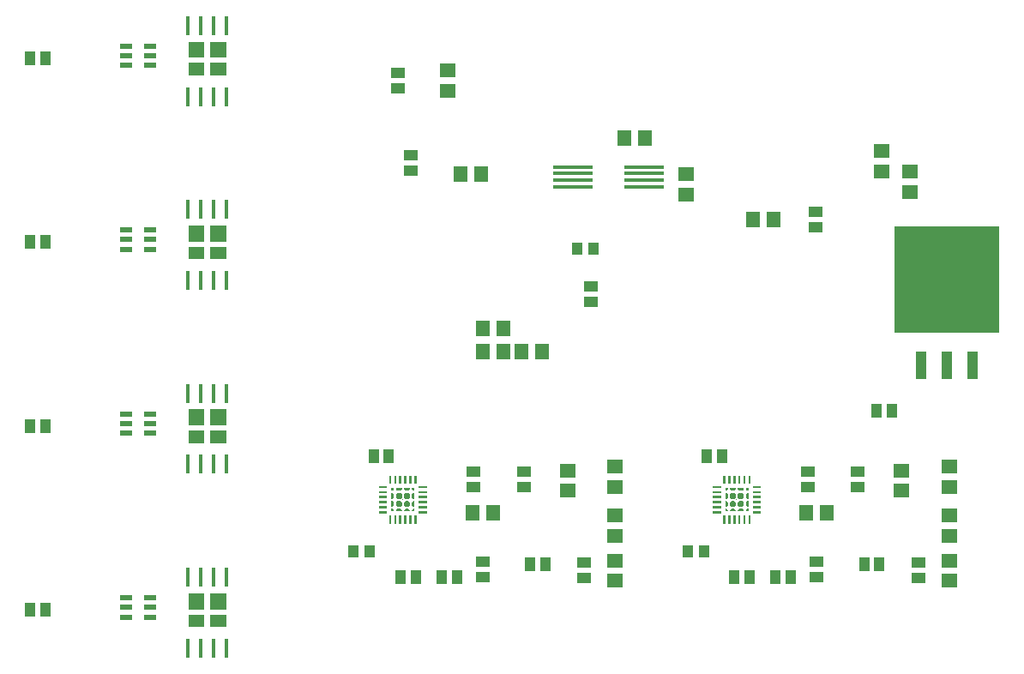
<source format=gtp>
G04 Layer_Color=8421504*
%FSLAX25Y25*%
%MOIN*%
G70*
G01*
G75*
%ADD10R,0.04800X0.02100*%
%ADD11R,0.05512X0.04331*%
%ADD12R,0.04331X0.05512*%
%ADD13R,0.04000X0.10600*%
%ADD14R,0.41000X0.41200*%
%ADD18R,0.03937X0.05118*%
%ADD19R,0.05906X0.05512*%
%ADD20R,0.05512X0.05906*%
%ADD22R,0.15354X0.01575*%
%ADD45R,0.00100X0.00100*%
%ADD46R,0.01772X0.07693*%
G36*
X292782Y79034D02*
Y77835D01*
X292225Y77278D01*
X291748D01*
Y79591D01*
X292225D01*
X292782Y79034D01*
D02*
G37*
G36*
X175851Y76593D02*
X172700D01*
Y77500D01*
X175851D01*
Y76593D01*
D02*
G37*
G36*
X160300D02*
X157149D01*
Y77500D01*
X160300D01*
Y76593D01*
D02*
G37*
G36*
X300803Y77278D02*
X300326D01*
X299769Y77835D01*
Y79034D01*
X300326Y79591D01*
X300803D01*
Y77278D01*
D02*
G37*
G36*
X298982Y79034D02*
Y77835D01*
X298425Y77278D01*
X297226D01*
X296669Y77835D01*
Y79034D01*
X297226Y79591D01*
X298425D01*
X298982Y79034D01*
D02*
G37*
G36*
X295882D02*
Y77835D01*
X295325Y77278D01*
X294126D01*
X293569Y77835D01*
Y79034D01*
X294126Y79591D01*
X295325D01*
X295882Y79034D01*
D02*
G37*
G36*
X169206Y75950D02*
Y75472D01*
X166894D01*
Y75950D01*
X167450Y76506D01*
X168649D01*
X169206Y75950D01*
D02*
G37*
G36*
X166106D02*
Y75472D01*
X163794D01*
Y75950D01*
X164350Y76506D01*
X165550D01*
X166106Y75950D01*
D02*
G37*
G36*
X163006D02*
Y75472D01*
X161972D01*
Y76506D01*
X162450D01*
X163006Y75950D01*
D02*
G37*
G36*
X305626Y76578D02*
X302476D01*
Y77484D01*
X305626D01*
Y76578D01*
D02*
G37*
G36*
X290075D02*
X286925D01*
Y77484D01*
X290075D01*
Y76578D01*
D02*
G37*
G36*
X171028Y75472D02*
X169994D01*
Y75950D01*
X170551Y76506D01*
X171028D01*
Y75472D01*
D02*
G37*
G36*
X292782Y82134D02*
Y80935D01*
X292225Y80378D01*
X291748D01*
Y82691D01*
X292225D01*
X292782Y82134D01*
D02*
G37*
G36*
X175851Y78562D02*
X172700D01*
Y79469D01*
X175851D01*
Y78562D01*
D02*
G37*
G36*
X160300D02*
X157149D01*
Y79469D01*
X160300D01*
Y78562D01*
D02*
G37*
G36*
X300803Y80378D02*
X300326D01*
X299769Y80935D01*
Y82134D01*
X300326Y82691D01*
X300803D01*
Y80378D01*
D02*
G37*
G36*
X298982Y82134D02*
Y80935D01*
X298425Y80378D01*
X297226D01*
X296669Y80935D01*
Y82134D01*
X297226Y82691D01*
X298425D01*
X298982Y82134D01*
D02*
G37*
G36*
X295882D02*
Y80935D01*
X295325Y80378D01*
X294126D01*
X293569Y80935D01*
Y82134D01*
X294126Y82691D01*
X295325D01*
X295882Y82134D01*
D02*
G37*
G36*
X169206Y79049D02*
Y77851D01*
X168649Y77294D01*
X167450D01*
X166894Y77851D01*
Y79049D01*
X167450Y79606D01*
X168649D01*
X169206Y79049D01*
D02*
G37*
G36*
X166106D02*
Y77851D01*
X165550Y77294D01*
X164350D01*
X163794Y77851D01*
Y79049D01*
X164350Y79606D01*
X165550D01*
X166106Y79049D01*
D02*
G37*
G36*
X163006D02*
Y77851D01*
X162450Y77294D01*
X161972D01*
Y79606D01*
X162450D01*
X163006Y79049D01*
D02*
G37*
G36*
X305626Y78547D02*
X302476D01*
Y79453D01*
X305626D01*
Y78547D01*
D02*
G37*
G36*
X290075D02*
X286925D01*
Y79453D01*
X290075D01*
Y78547D01*
D02*
G37*
G36*
X171028Y77294D02*
X170551D01*
X169994Y77851D01*
Y79049D01*
X170551Y79606D01*
X171028D01*
Y77294D01*
D02*
G37*
G36*
X299682Y70634D02*
X298775D01*
Y73784D01*
X299682D01*
Y70634D01*
D02*
G37*
G36*
X297713D02*
X296807D01*
Y73784D01*
X297713D01*
Y70634D01*
D02*
G37*
G36*
X295744D02*
X294838D01*
Y73784D01*
X295744D01*
Y70634D01*
D02*
G37*
G36*
X164000Y70649D02*
X163094D01*
Y73800D01*
X164000D01*
Y70649D01*
D02*
G37*
G36*
X162032D02*
X161126D01*
Y73800D01*
X162032D01*
Y70649D01*
D02*
G37*
G36*
X301650Y70634D02*
X300744D01*
Y73784D01*
X301650D01*
Y70634D01*
D02*
G37*
G36*
X89280Y37368D02*
X83100D01*
Y43608D01*
X89280D01*
Y37368D01*
D02*
G37*
G36*
X97900Y30537D02*
X91720D01*
Y35399D01*
X97900D01*
Y30537D01*
D02*
G37*
G36*
X89280D02*
X83100D01*
Y35399D01*
X89280D01*
Y30537D01*
D02*
G37*
G36*
X293776Y70634D02*
X292870D01*
Y73784D01*
X293776D01*
Y70634D01*
D02*
G37*
G36*
X291808D02*
X290901D01*
Y73784D01*
X291808D01*
Y70634D01*
D02*
G37*
G36*
X97900Y37368D02*
X91720D01*
Y43608D01*
X97900D01*
Y37368D01*
D02*
G37*
G36*
X292782Y75934D02*
Y75457D01*
X291748D01*
Y76491D01*
X292225D01*
X292782Y75934D01*
D02*
G37*
G36*
X175851Y74624D02*
X172700D01*
Y75531D01*
X175851D01*
Y74624D01*
D02*
G37*
G36*
X160300D02*
X157149D01*
Y75531D01*
X160300D01*
Y74624D01*
D02*
G37*
G36*
X300803Y75457D02*
X299769D01*
Y75934D01*
X300326Y76491D01*
X300803D01*
Y75457D01*
D02*
G37*
G36*
X298982Y75934D02*
Y75457D01*
X296669D01*
Y75934D01*
X297226Y76491D01*
X298425D01*
X298982Y75934D01*
D02*
G37*
G36*
X295882D02*
Y75457D01*
X293569D01*
Y75934D01*
X294126Y76491D01*
X295325D01*
X295882Y75934D01*
D02*
G37*
G36*
X169906Y70649D02*
X169000D01*
Y73800D01*
X169906D01*
Y70649D01*
D02*
G37*
G36*
X167937D02*
X167031D01*
Y73800D01*
X167937D01*
Y70649D01*
D02*
G37*
G36*
X165969D02*
X165063D01*
Y73800D01*
X165969D01*
Y70649D01*
D02*
G37*
G36*
X305626Y74609D02*
X302476D01*
Y75515D01*
X305626D01*
Y74609D01*
D02*
G37*
G36*
X290075D02*
X286925D01*
Y75515D01*
X290075D01*
Y74609D01*
D02*
G37*
G36*
X171874Y70649D02*
X170968D01*
Y73800D01*
X171874D01*
Y70649D01*
D02*
G37*
G36*
X165969Y86200D02*
X165063D01*
Y89351D01*
X165969D01*
Y86200D01*
D02*
G37*
G36*
X164000D02*
X163094D01*
Y89351D01*
X164000D01*
Y86200D01*
D02*
G37*
G36*
X162032D02*
X161126D01*
Y89351D01*
X162032D01*
Y86200D01*
D02*
G37*
G36*
X171874D02*
X170968D01*
Y89351D01*
X171874D01*
Y86200D01*
D02*
G37*
G36*
X169906D02*
X169000D01*
Y89351D01*
X169906D01*
Y86200D01*
D02*
G37*
G36*
X167937D02*
X167031D01*
Y89351D01*
X167937D01*
Y86200D01*
D02*
G37*
G36*
X295744Y86185D02*
X294838D01*
Y89335D01*
X295744D01*
Y86185D01*
D02*
G37*
G36*
X293776D02*
X292870D01*
Y89335D01*
X293776D01*
Y86185D01*
D02*
G37*
G36*
X291808D02*
X290901D01*
Y89335D01*
X291808D01*
Y86185D01*
D02*
G37*
G36*
X301650D02*
X300744D01*
Y89335D01*
X301650D01*
Y86185D01*
D02*
G37*
G36*
X299682D02*
X298775D01*
Y89335D01*
X299682D01*
Y86185D01*
D02*
G37*
G36*
X297713D02*
X296807D01*
Y89335D01*
X297713D01*
Y86185D01*
D02*
G37*
G36*
X89280Y244929D02*
X83100D01*
Y249791D01*
X89280D01*
Y244929D01*
D02*
G37*
G36*
X97900Y180368D02*
X91720D01*
Y186608D01*
X97900D01*
Y180368D01*
D02*
G37*
G36*
X89280D02*
X83100D01*
Y186608D01*
X89280D01*
Y180368D01*
D02*
G37*
G36*
X97900Y251760D02*
X91720D01*
Y258000D01*
X97900D01*
Y251760D01*
D02*
G37*
G36*
X89280D02*
X83100D01*
Y258000D01*
X89280D01*
Y251760D01*
D02*
G37*
G36*
X97900Y244929D02*
X91720D01*
Y249791D01*
X97900D01*
Y244929D01*
D02*
G37*
G36*
X89280Y108868D02*
X83100D01*
Y115108D01*
X89280D01*
Y108868D01*
D02*
G37*
G36*
X97900Y102037D02*
X91720D01*
Y106899D01*
X97900D01*
Y102037D01*
D02*
G37*
G36*
X89280D02*
X83100D01*
Y106899D01*
X89280D01*
Y102037D01*
D02*
G37*
G36*
X97900Y173537D02*
X91720D01*
Y178399D01*
X97900D01*
Y173537D01*
D02*
G37*
G36*
X89280D02*
X83100D01*
Y178399D01*
X89280D01*
Y173537D01*
D02*
G37*
G36*
X97900Y108868D02*
X91720D01*
Y115108D01*
X97900D01*
Y108868D01*
D02*
G37*
G36*
X290075Y82485D02*
X286925D01*
Y83391D01*
X290075D01*
Y82485D01*
D02*
G37*
G36*
X175851Y80531D02*
X172700D01*
Y81438D01*
X175851D01*
Y80531D01*
D02*
G37*
G36*
X160300D02*
X157149D01*
Y81438D01*
X160300D01*
Y80531D01*
D02*
G37*
G36*
X175851Y82500D02*
X172700D01*
Y83407D01*
X175851D01*
Y82500D01*
D02*
G37*
G36*
X160300D02*
X157149D01*
Y83407D01*
X160300D01*
Y82500D01*
D02*
G37*
G36*
X305626Y82485D02*
X302476D01*
Y83391D01*
X305626D01*
Y82485D01*
D02*
G37*
G36*
X169206Y82149D02*
Y80950D01*
X168649Y80394D01*
X167450D01*
X166894Y80950D01*
Y82149D01*
X167450Y82706D01*
X168649D01*
X169206Y82149D01*
D02*
G37*
G36*
X166106D02*
Y80950D01*
X165550Y80394D01*
X164350D01*
X163794Y80950D01*
Y82149D01*
X164350Y82706D01*
X165550D01*
X166106Y82149D01*
D02*
G37*
G36*
X163006D02*
Y80950D01*
X162450Y80394D01*
X161972D01*
Y82706D01*
X162450D01*
X163006Y82149D01*
D02*
G37*
G36*
X305626Y80516D02*
X302476D01*
Y81422D01*
X305626D01*
Y80516D01*
D02*
G37*
G36*
X290075D02*
X286925D01*
Y81422D01*
X290075D01*
Y80516D01*
D02*
G37*
G36*
X171028Y80394D02*
X170551D01*
X169994Y80950D01*
Y82149D01*
X170551Y82706D01*
X171028D01*
Y80394D01*
D02*
G37*
G36*
X290075Y84454D02*
X286925D01*
Y85360D01*
X290075D01*
Y84454D01*
D02*
G37*
G36*
X171028Y83494D02*
X170551D01*
X169994Y84051D01*
Y84528D01*
X171028D01*
Y83494D01*
D02*
G37*
G36*
X169206Y84051D02*
X168649Y83494D01*
X167450D01*
X166894Y84051D01*
Y84528D01*
X169206D01*
Y84051D01*
D02*
G37*
G36*
X175851Y84469D02*
X172700D01*
Y85376D01*
X175851D01*
Y84469D01*
D02*
G37*
G36*
X160300D02*
X157149D01*
Y85376D01*
X160300D01*
Y84469D01*
D02*
G37*
G36*
X305626Y84454D02*
X302476D01*
Y85360D01*
X305626D01*
Y84454D01*
D02*
G37*
G36*
X298982Y84035D02*
X298425Y83478D01*
X297226D01*
X296669Y84035D01*
Y84512D01*
X298982D01*
Y84035D01*
D02*
G37*
G36*
X295882D02*
X295325Y83478D01*
X294126D01*
X293569Y84035D01*
Y84512D01*
X295882D01*
Y84035D01*
D02*
G37*
G36*
X292782D02*
X292225Y83478D01*
X291748D01*
Y84512D01*
X292782D01*
Y84035D01*
D02*
G37*
G36*
X166106Y84051D02*
X165550Y83494D01*
X164350D01*
X163794Y84051D01*
Y84528D01*
X166106D01*
Y84051D01*
D02*
G37*
G36*
X163006D02*
X162450Y83494D01*
X161972D01*
Y84528D01*
X163006D01*
Y84051D01*
D02*
G37*
G36*
X300803Y83478D02*
X300326D01*
X299769Y84035D01*
Y84512D01*
X300803D01*
Y83478D01*
D02*
G37*
D10*
X58900Y256240D02*
D03*
Y252500D02*
D03*
Y248760D02*
D03*
X68100D02*
D03*
Y252500D02*
D03*
Y256240D02*
D03*
X58900Y184848D02*
D03*
Y181108D02*
D03*
Y177368D02*
D03*
X68100D02*
D03*
Y181108D02*
D03*
Y184848D02*
D03*
X58900Y113348D02*
D03*
Y109608D02*
D03*
Y105868D02*
D03*
X68100D02*
D03*
Y109608D02*
D03*
Y113348D02*
D03*
X58900Y41848D02*
D03*
Y38108D02*
D03*
Y34368D02*
D03*
X68100D02*
D03*
Y38108D02*
D03*
Y41848D02*
D03*
D11*
X169500Y213953D02*
D03*
Y208047D02*
D03*
X327000Y191953D02*
D03*
Y186047D02*
D03*
X239500Y162953D02*
D03*
Y157047D02*
D03*
X164500Y240047D02*
D03*
Y245953D02*
D03*
X366776Y55437D02*
D03*
Y49532D02*
D03*
X237000Y55453D02*
D03*
Y49547D02*
D03*
X323776Y90894D02*
D03*
Y84988D02*
D03*
X194000Y90909D02*
D03*
Y85004D02*
D03*
X343276Y84988D02*
D03*
Y90894D02*
D03*
X213500Y85004D02*
D03*
Y90909D02*
D03*
X327276Y49988D02*
D03*
Y55894D02*
D03*
X197500Y50004D02*
D03*
Y55910D02*
D03*
D12*
X356453Y114500D02*
D03*
X350547D02*
D03*
X27453Y251500D02*
D03*
X21547D02*
D03*
X27453Y180108D02*
D03*
X21547D02*
D03*
X27453Y108608D02*
D03*
X21547D02*
D03*
X27453Y37108D02*
D03*
X21547D02*
D03*
X295323Y49984D02*
D03*
X301228D02*
D03*
X165547Y50000D02*
D03*
X171453D02*
D03*
X290453Y97000D02*
D03*
X284547D02*
D03*
X160996Y96957D02*
D03*
X155090D02*
D03*
X351728Y54984D02*
D03*
X345823D02*
D03*
X221953Y55000D02*
D03*
X216047D02*
D03*
X311323Y49941D02*
D03*
X317228D02*
D03*
X181547Y49957D02*
D03*
X187453D02*
D03*
D13*
X368000Y132400D02*
D03*
X378000D02*
D03*
X388000D02*
D03*
D14*
X378000Y165600D02*
D03*
D18*
X240650Y177500D02*
D03*
X234350D02*
D03*
X277126Y59984D02*
D03*
X283425D02*
D03*
X147350Y60000D02*
D03*
X153650D02*
D03*
D19*
X276500Y198563D02*
D03*
Y206437D02*
D03*
X363500Y207437D02*
D03*
Y199563D02*
D03*
X352500Y207563D02*
D03*
Y215437D02*
D03*
X184000Y239063D02*
D03*
Y246937D02*
D03*
X378819Y56378D02*
D03*
Y48504D02*
D03*
X249043Y56394D02*
D03*
Y48520D02*
D03*
X360276Y91378D02*
D03*
Y83504D02*
D03*
X230500Y91394D02*
D03*
Y83520D02*
D03*
X378776Y92878D02*
D03*
Y85004D02*
D03*
X249000Y92894D02*
D03*
Y85020D02*
D03*
X378819Y73878D02*
D03*
Y66004D02*
D03*
X249043Y73894D02*
D03*
Y66020D02*
D03*
D20*
X197563Y146500D02*
D03*
X205437D02*
D03*
X310437Y189000D02*
D03*
X302563D02*
D03*
X196937Y206500D02*
D03*
X189063D02*
D03*
X205437Y137500D02*
D03*
X197563D02*
D03*
X252563Y220500D02*
D03*
X260437D02*
D03*
X220437Y137500D02*
D03*
X212563D02*
D03*
X323339Y74985D02*
D03*
X331213D02*
D03*
X193563Y75000D02*
D03*
X201437D02*
D03*
D22*
X232720Y209339D02*
D03*
Y206780D02*
D03*
Y204221D02*
D03*
Y201661D02*
D03*
X260279Y209339D02*
D03*
Y206780D02*
D03*
Y204221D02*
D03*
Y201661D02*
D03*
D45*
X296276Y79984D02*
D03*
X166500Y80000D02*
D03*
D46*
X83000Y264268D02*
D03*
X88000D02*
D03*
X93000D02*
D03*
X98000D02*
D03*
Y236732D02*
D03*
X93000D02*
D03*
X88000D02*
D03*
X83000D02*
D03*
Y192876D02*
D03*
X88000D02*
D03*
X93000D02*
D03*
X98000D02*
D03*
Y165340D02*
D03*
X93000D02*
D03*
X88000D02*
D03*
X83000D02*
D03*
Y121376D02*
D03*
X88000D02*
D03*
X93000D02*
D03*
X98000D02*
D03*
Y93840D02*
D03*
X93000D02*
D03*
X88000D02*
D03*
X83000D02*
D03*
Y49876D02*
D03*
X88000D02*
D03*
X93000D02*
D03*
X98000D02*
D03*
Y22340D02*
D03*
X93000D02*
D03*
X88000D02*
D03*
X83000D02*
D03*
M02*

</source>
